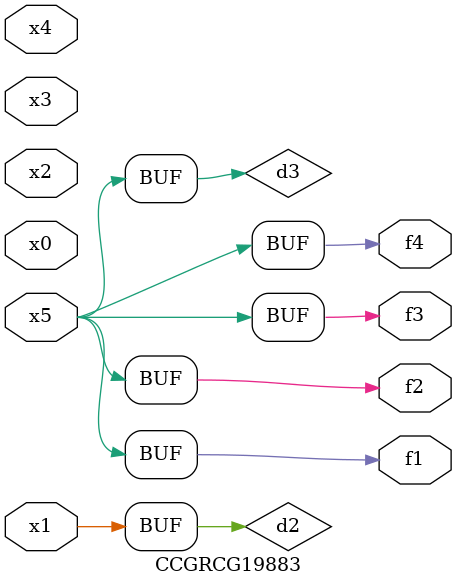
<source format=v>
module CCGRCG19883(
	input x0, x1, x2, x3, x4, x5,
	output f1, f2, f3, f4
);

	wire d1, d2, d3;

	not (d1, x5);
	or (d2, x1);
	xnor (d3, d1);
	assign f1 = d3;
	assign f2 = d3;
	assign f3 = d3;
	assign f4 = d3;
endmodule

</source>
